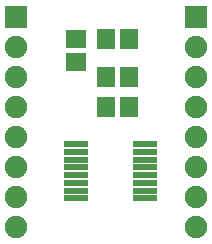
<source format=gbr>
G04 DipTrace 3.1.0.1*
G04 TopMask.gbr*
%MOIN*%
G04 #@! TF.FileFunction,Soldermask,Top*
G04 #@! TF.Part,Single*
%ADD28C,0.074929*%
%ADD30R,0.074929X0.074929*%
%ADD32R,0.078866X0.023748*%
%ADD34R,0.067055X0.059181*%
%ADD36R,0.059181X0.067055*%
%FSLAX26Y26*%
G04*
G70*
G90*
G75*
G01*
G04 TopMask*
%LPD*%
D36*
X769000Y969000D3*
X843803D3*
X769000Y869000D3*
X843803D3*
D34*
X669000Y1094000D3*
Y1019197D3*
D36*
X769000Y1094000D3*
X843803D3*
D32*
X669000Y744000D3*
Y718409D3*
Y692819D3*
Y667228D3*
Y641638D3*
Y616047D3*
Y590457D3*
Y564866D3*
X897354D3*
X897346Y590457D3*
Y616047D3*
Y641638D3*
Y667228D3*
Y692819D3*
Y718409D3*
Y744000D3*
D30*
X469000Y1169000D3*
D28*
Y1069000D3*
Y969000D3*
Y869000D3*
Y769000D3*
Y669000D3*
Y569000D3*
Y469000D3*
D30*
X1069000Y1169000D3*
D28*
Y1069000D3*
Y969000D3*
Y869000D3*
Y769000D3*
Y669000D3*
Y569000D3*
Y469000D3*
M02*

</source>
